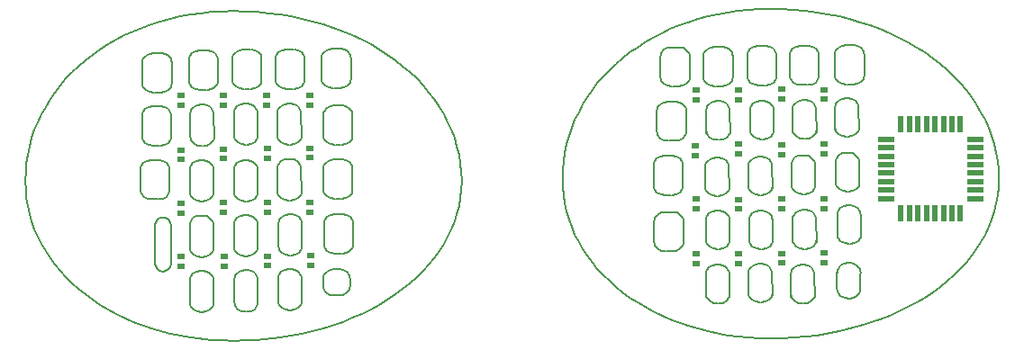
<source format=gbr>
G04 PROTEUS GERBER X2 FILE*
%TF.GenerationSoftware,Labcenter,Proteus,8.9-SP2-Build28501*%
%TF.CreationDate,2020-07-12T19:41:18+00:00*%
%TF.FileFunction,Paste,Top*%
%TF.FilePolarity,Positive*%
%TF.Part,Single*%
%TF.SameCoordinates,{dc61f2e1-3fbc-4622-b235-fc52ee95e5fb}*%
%FSLAX45Y45*%
%MOMM*%
G01*
%TA.AperFunction,Material*%
%ADD30R,0.558800X1.498600*%
%ADD31R,1.498600X0.558800*%
%TA.AperFunction,Material*%
%ADD32R,0.762000X0.508000*%
%TA.AperFunction,Profile*%
%ADD18C,0.203200*%
%TD.AperFunction*%
D30*
X+2240000Y-5465000D03*
X+2160000Y-5465000D03*
X+2080000Y-5465000D03*
X+2000000Y-5465000D03*
X+1920000Y-5465000D03*
X+1840000Y-5465000D03*
X+1760000Y-5465000D03*
X+1680000Y-5465000D03*
D31*
X+1540000Y-5605000D03*
X+1540000Y-5685000D03*
X+1540000Y-5765000D03*
X+1540000Y-5845000D03*
X+1540000Y-5925000D03*
X+1540000Y-6005000D03*
X+1540000Y-6085000D03*
X+1540000Y-6165000D03*
D30*
X+1680000Y-6305000D03*
X+1760000Y-6305000D03*
X+1840000Y-6305000D03*
X+1920000Y-6305000D03*
X+2000000Y-6305000D03*
X+2080000Y-6305000D03*
X+2160000Y-6305000D03*
X+2240000Y-6305000D03*
D31*
X+2380000Y-6165000D03*
X+2380000Y-6085000D03*
X+2380000Y-6005000D03*
X+2380000Y-5925000D03*
X+2380000Y-5845000D03*
X+2380000Y-5765000D03*
X+2380000Y-5685000D03*
X+2380000Y-5605000D03*
D32*
X-5090000Y-6710000D03*
X-5090000Y-6801440D03*
X-5091000Y-5196000D03*
X-5091000Y-5287440D03*
X-5090000Y-5705000D03*
X-5090000Y-5796440D03*
X-5090000Y-6210000D03*
X-5090000Y-6301440D03*
X-4271000Y-6705000D03*
X-4271000Y-6796440D03*
X-4286000Y-5194000D03*
X-4286000Y-5285440D03*
X-4275000Y-5693560D03*
X-4275000Y-5785000D03*
X-4273000Y-6204000D03*
X-4273000Y-6295440D03*
X-3870000Y-6703560D03*
X-3870000Y-6795000D03*
X-3877000Y-5196000D03*
X-3877000Y-5287440D03*
X-3876000Y-5688440D03*
X-3876000Y-5779880D03*
X-3875000Y-6203560D03*
X-3875000Y-6295000D03*
X-4683000Y-6709000D03*
X-4683000Y-6800440D03*
X-4691000Y-5193000D03*
X-4691000Y-5284440D03*
X-4691000Y-5698000D03*
X-4691000Y-5789440D03*
X-4687000Y-6203000D03*
X-4687000Y-6294440D03*
X+957000Y-5138000D03*
X+957000Y-5229440D03*
X+960000Y-5653560D03*
X+960000Y-5745000D03*
X+960560Y-6168000D03*
X+960560Y-6259440D03*
X+957560Y-6678000D03*
X+957560Y-6769440D03*
X+558000Y-5137000D03*
X+558000Y-5228440D03*
X+557560Y-5656000D03*
X+557560Y-5747440D03*
X+556000Y-6168560D03*
X+556000Y-6260000D03*
X+560000Y-6680000D03*
X+560000Y-6771440D03*
X+155000Y-5140560D03*
X+155000Y-5232000D03*
X+155000Y-5653560D03*
X+155000Y-5745000D03*
X+152000Y-6171120D03*
X+152000Y-6262560D03*
X+157000Y-6681120D03*
X+157000Y-6772560D03*
X-245000Y-5145000D03*
X-245000Y-5236440D03*
X-249120Y-5666440D03*
X-249120Y-5757880D03*
X-241000Y-6682440D03*
X-241000Y-6773880D03*
X-244000Y-6169000D03*
X-244000Y-6260440D03*
D18*
X-6550000Y-6000000D02*
X-6547519Y-5916226D01*
X-6540151Y-5833716D01*
X-6528008Y-5752560D01*
X-6511200Y-5672852D01*
X-6489840Y-5594681D01*
X-6464039Y-5518140D01*
X-6433909Y-5443320D01*
X-6399561Y-5370312D01*
X-6361107Y-5299210D01*
X-6318658Y-5230103D01*
X-6272326Y-5163083D01*
X-6222223Y-5098242D01*
X-6168460Y-5035672D01*
X-6111149Y-4975464D01*
X-6050401Y-4917709D01*
X-5986328Y-4862500D01*
X-5919042Y-4809927D01*
X-5848653Y-4760083D01*
X-5775275Y-4713058D01*
X-5699017Y-4668945D01*
X-5619993Y-4627835D01*
X-5538313Y-4589819D01*
X-5454089Y-4554990D01*
X-5367432Y-4523438D01*
X-5278454Y-4495255D01*
X-5187267Y-4470532D01*
X-5093983Y-4449362D01*
X-4998712Y-4431836D01*
X-4901567Y-4418045D01*
X-4802659Y-4408081D01*
X-4702099Y-4402036D01*
X-4600000Y-4400000D01*
X-4487429Y-4402036D01*
X-4376556Y-4408081D01*
X-4267503Y-4418045D01*
X-4160394Y-4431836D01*
X-4055352Y-4449362D01*
X-3952500Y-4470532D01*
X-3851961Y-4495255D01*
X-3753857Y-4523438D01*
X-3658313Y-4554990D01*
X-3565450Y-4589819D01*
X-3475393Y-4627835D01*
X-3388263Y-4668945D01*
X-3304184Y-4713058D01*
X-3223279Y-4760083D01*
X-3145672Y-4809927D01*
X-3071484Y-4862500D01*
X-3000840Y-4917709D01*
X-2933861Y-4975464D01*
X-2870672Y-5035672D01*
X-2811395Y-5098242D01*
X-2756153Y-5163083D01*
X-2705070Y-5230103D01*
X-2658267Y-5299210D01*
X-2615869Y-5370312D01*
X-2577998Y-5443320D01*
X-2544778Y-5518140D01*
X-2516331Y-5594681D01*
X-2492780Y-5672852D01*
X-2474248Y-5752560D01*
X-2460859Y-5833716D01*
X-2452735Y-5916226D01*
X-2450000Y-6000000D01*
X-2452735Y-6078538D01*
X-2460859Y-6155891D01*
X-2474248Y-6231975D01*
X-2492780Y-6306702D01*
X-2516331Y-6379987D01*
X-2544778Y-6451744D01*
X-2577998Y-6521888D01*
X-2615869Y-6590332D01*
X-2658267Y-6656991D01*
X-2705070Y-6721779D01*
X-2756153Y-6784610D01*
X-2811395Y-6845398D01*
X-2870672Y-6904058D01*
X-2933861Y-6960503D01*
X-3000840Y-7014647D01*
X-3071484Y-7066406D01*
X-3145672Y-7115693D01*
X-3223279Y-7162422D01*
X-3304184Y-7206508D01*
X-3388263Y-7247864D01*
X-3475393Y-7286405D01*
X-3565450Y-7322044D01*
X-3753857Y-7384277D01*
X-3952500Y-7433876D01*
X-4160394Y-7470154D01*
X-4376556Y-7492424D01*
X-4487429Y-7498092D01*
X-4600000Y-7500000D01*
X-4702099Y-7498092D01*
X-4802659Y-7492424D01*
X-4998712Y-7470154D01*
X-5187267Y-7433876D01*
X-5367432Y-7384277D01*
X-5538313Y-7322044D01*
X-5699017Y-7247864D01*
X-5848653Y-7162422D01*
X-5919042Y-7115693D01*
X-5986328Y-7066406D01*
X-6050401Y-7014647D01*
X-6111149Y-6960503D01*
X-6168460Y-6904058D01*
X-6222223Y-6845398D01*
X-6272326Y-6784610D01*
X-6318658Y-6721779D01*
X-6361107Y-6656991D01*
X-6399561Y-6590332D01*
X-6433909Y-6521888D01*
X-6464039Y-6451744D01*
X-6489840Y-6379987D01*
X-6511200Y-6306702D01*
X-6528008Y-6231975D01*
X-6540151Y-6155891D01*
X-6547519Y-6078538D01*
X-6550000Y-6000000D01*
X-4430000Y-4760000D02*
X-4390644Y-4766943D01*
X-4358906Y-4786016D01*
X-4337715Y-4814580D01*
X-4331990Y-4831598D01*
X-4330000Y-4850000D01*
X-4435000Y-5130000D02*
X-4393676Y-5123442D01*
X-4360351Y-5105430D01*
X-4338100Y-5078452D01*
X-4332089Y-5062380D01*
X-4330000Y-5045000D01*
X-4495000Y-5130000D02*
X-4538291Y-5123442D01*
X-4573203Y-5105430D01*
X-4596514Y-5078452D01*
X-4602811Y-5062380D01*
X-4605000Y-5045000D01*
X-4500000Y-4760000D02*
X-4541323Y-4766558D01*
X-4574648Y-4784570D01*
X-4596899Y-4811548D01*
X-4602911Y-4827620D01*
X-4605000Y-4845000D01*
X-4605000Y-5045000D02*
X-4605000Y-4845000D01*
X-4435000Y-4760000D02*
X-4510000Y-4760000D01*
X-4440000Y-5130000D02*
X-4490000Y-5130000D01*
X-4330000Y-4845000D02*
X-4330000Y-5045000D01*
X-4025000Y-4760000D02*
X-3985644Y-4766943D01*
X-3953906Y-4786016D01*
X-3932715Y-4814580D01*
X-3926990Y-4831598D01*
X-3925000Y-4850000D01*
X-4030000Y-5130000D02*
X-3988676Y-5123442D01*
X-3955351Y-5105430D01*
X-3933100Y-5078452D01*
X-3927089Y-5062380D01*
X-3925000Y-5045000D01*
X-4090000Y-5130000D02*
X-4133291Y-5123442D01*
X-4168203Y-5105430D01*
X-4191514Y-5078452D01*
X-4197811Y-5062380D01*
X-4200000Y-5045000D01*
X-4095000Y-4760000D02*
X-4136323Y-4766558D01*
X-4169648Y-4784570D01*
X-4191899Y-4811548D01*
X-4197911Y-4827620D01*
X-4200000Y-4845000D01*
X-4200000Y-5045000D02*
X-4200000Y-4845000D01*
X-4030000Y-4760000D02*
X-4105000Y-4760000D01*
X-4035000Y-5130000D02*
X-4085000Y-5130000D01*
X-3925000Y-4845000D02*
X-3925000Y-5045000D01*
X-4840000Y-4770000D02*
X-4800644Y-4776943D01*
X-4768906Y-4796016D01*
X-4747715Y-4824580D01*
X-4741990Y-4841598D01*
X-4740000Y-4860000D01*
X-4845000Y-5140000D02*
X-4803676Y-5133442D01*
X-4770351Y-5115430D01*
X-4748100Y-5088452D01*
X-4742089Y-5072380D01*
X-4740000Y-5055000D01*
X-4905000Y-5140000D02*
X-4948291Y-5133442D01*
X-4983203Y-5115430D01*
X-5006514Y-5088452D01*
X-5012811Y-5072380D01*
X-5015000Y-5055000D01*
X-4910000Y-4770000D02*
X-4951323Y-4776558D01*
X-4984648Y-4794570D01*
X-5006899Y-4821548D01*
X-5012911Y-4837620D01*
X-5015000Y-4855000D01*
X-5015000Y-5055000D02*
X-5015000Y-4855000D01*
X-4845000Y-4770000D02*
X-4920000Y-4770000D01*
X-4850000Y-5140000D02*
X-4900000Y-5140000D01*
X-4740000Y-4855000D02*
X-4740000Y-5055000D01*
X-3590000Y-4755000D02*
X-3550644Y-4761943D01*
X-3518906Y-4781016D01*
X-3497715Y-4809580D01*
X-3491990Y-4826598D01*
X-3490000Y-4845000D01*
X-3595000Y-5125000D02*
X-3553676Y-5118442D01*
X-3520351Y-5100430D01*
X-3498100Y-5073452D01*
X-3492089Y-5057380D01*
X-3490000Y-5040000D01*
X-3655000Y-5125000D02*
X-3698291Y-5118442D01*
X-3733203Y-5100430D01*
X-3756514Y-5073452D01*
X-3762811Y-5057380D01*
X-3765000Y-5040000D01*
X-3660000Y-4755000D02*
X-3701323Y-4761558D01*
X-3734648Y-4779570D01*
X-3756899Y-4806548D01*
X-3762911Y-4822620D01*
X-3765000Y-4840000D01*
X-3765000Y-5040000D02*
X-3765000Y-4840000D01*
X-3590000Y-4755000D02*
X-3665000Y-4755000D01*
X-3600000Y-5125000D02*
X-3650000Y-5125000D01*
X-3490000Y-4840000D02*
X-3490000Y-5040000D01*
X+810000Y-4725000D02*
X+849356Y-4731943D01*
X+881094Y-4751016D01*
X+902285Y-4779580D01*
X+908010Y-4796598D01*
X+910000Y-4815000D01*
X+805000Y-5095000D02*
X+846324Y-5088442D01*
X+879649Y-5070430D01*
X+901900Y-5043452D01*
X+907911Y-5027380D01*
X+910000Y-5010000D01*
X+745000Y-5095000D02*
X+701709Y-5088442D01*
X+666797Y-5070430D01*
X+643486Y-5043452D01*
X+637189Y-5027380D01*
X+635000Y-5010000D01*
X+740000Y-4725000D02*
X+698677Y-4731558D01*
X+665352Y-4749570D01*
X+643101Y-4776548D01*
X+637089Y-4792620D01*
X+635000Y-4810000D01*
X+635000Y-5010000D02*
X+635000Y-4810000D01*
X+810000Y-4725000D02*
X+735000Y-4725000D01*
X+800000Y-5095000D02*
X+750000Y-5095000D01*
X+910000Y-4810000D02*
X+910000Y-5010000D01*
X+410000Y-4730000D02*
X+449356Y-4736943D01*
X+481094Y-4756016D01*
X+502285Y-4784580D01*
X+508010Y-4801598D01*
X+510000Y-4820000D01*
X+405000Y-5100000D02*
X+446324Y-5093442D01*
X+479649Y-5075430D01*
X+501900Y-5048452D01*
X+507911Y-5032380D01*
X+510000Y-5015000D01*
X+345000Y-5100000D02*
X+301709Y-5093442D01*
X+266797Y-5075430D01*
X+243486Y-5048452D01*
X+237189Y-5032380D01*
X+235000Y-5015000D01*
X+340000Y-4730000D02*
X+298677Y-4736558D01*
X+265352Y-4754570D01*
X+243101Y-4781548D01*
X+237089Y-4797620D01*
X+235000Y-4815000D01*
X+235000Y-5015000D02*
X+235000Y-4815000D01*
X+410000Y-4730000D02*
X+335000Y-4730000D01*
X+400000Y-5100000D02*
X+350000Y-5100000D01*
X+510000Y-4815000D02*
X+510000Y-5015000D01*
X+1235000Y-4720000D02*
X+1274356Y-4726943D01*
X+1306094Y-4746016D01*
X+1327285Y-4774580D01*
X+1333010Y-4791598D01*
X+1335000Y-4810000D01*
X+1230000Y-5090000D02*
X+1271324Y-5083442D01*
X+1304649Y-5065430D01*
X+1326900Y-5038452D01*
X+1332911Y-5022380D01*
X+1335000Y-5005000D01*
X+1170000Y-5090000D02*
X+1126709Y-5083442D01*
X+1091797Y-5065430D01*
X+1068486Y-5038452D01*
X+1062189Y-5022380D01*
X+1060000Y-5005000D01*
X+1165000Y-4720000D02*
X+1123677Y-4726558D01*
X+1090352Y-4744570D01*
X+1068101Y-4771548D01*
X+1062089Y-4787620D01*
X+1060000Y-4805000D01*
X+1060000Y-5005000D02*
X+1060000Y-4805000D01*
X+1235000Y-4720000D02*
X+1160000Y-4720000D01*
X+1225000Y-5090000D02*
X+1175000Y-5090000D01*
X+1335000Y-4805000D02*
X+1335000Y-5005000D01*
X+0Y-4735000D02*
X+39356Y-4741943D01*
X+71094Y-4761016D01*
X+92285Y-4789580D01*
X+98010Y-4806598D01*
X+100000Y-4825000D01*
X-5000Y-5105000D02*
X+36324Y-5098442D01*
X+69649Y-5080430D01*
X+91900Y-5053452D01*
X+97911Y-5037380D01*
X+100000Y-5020000D01*
X-65000Y-5105000D02*
X-108291Y-5098442D01*
X-143203Y-5080430D01*
X-166514Y-5053452D01*
X-172811Y-5037380D01*
X-175000Y-5020000D01*
X-70000Y-4735000D02*
X-111323Y-4741558D01*
X-144648Y-4759570D01*
X-166899Y-4786548D01*
X-172911Y-4802620D01*
X-175000Y-4820000D01*
X-175000Y-5020000D02*
X-175000Y-4820000D01*
X+0Y-4735000D02*
X-75000Y-4735000D01*
X-10000Y-5105000D02*
X-60000Y-5105000D01*
X+100000Y-4820000D02*
X+100000Y-5020000D01*
X-405000Y-4740000D02*
X-365644Y-4746943D01*
X-333906Y-4766016D01*
X-312715Y-4794580D01*
X-306990Y-4811598D01*
X-305000Y-4830000D01*
X-410000Y-5110000D02*
X-368676Y-5103442D01*
X-335351Y-5085430D01*
X-313100Y-5058452D01*
X-307089Y-5042380D01*
X-305000Y-5025000D01*
X-470000Y-5110000D02*
X-513291Y-5103442D01*
X-548203Y-5085430D01*
X-571514Y-5058452D01*
X-577811Y-5042380D01*
X-580000Y-5025000D01*
X-475000Y-4740000D02*
X-516323Y-4746558D01*
X-549648Y-4764570D01*
X-571899Y-4791548D01*
X-577911Y-4807620D01*
X-580000Y-4825000D01*
X-580000Y-5025000D02*
X-580000Y-4825000D01*
X-405000Y-4740000D02*
X-480000Y-4740000D01*
X-415000Y-5110000D02*
X-465000Y-5110000D01*
X-305000Y-4825000D02*
X-305000Y-5025000D01*
X-1500000Y-5980000D02*
X-1497519Y-5896226D01*
X-1490151Y-5813716D01*
X-1478008Y-5732560D01*
X-1461200Y-5652852D01*
X-1439840Y-5574681D01*
X-1414039Y-5498140D01*
X-1383909Y-5423320D01*
X-1349561Y-5350312D01*
X-1311107Y-5279210D01*
X-1268658Y-5210103D01*
X-1222326Y-5143083D01*
X-1172223Y-5078242D01*
X-1118460Y-5015672D01*
X-1061149Y-4955464D01*
X-1000401Y-4897709D01*
X-936328Y-4842500D01*
X-869042Y-4789927D01*
X-798653Y-4740083D01*
X-725275Y-4693058D01*
X-649017Y-4648945D01*
X-569993Y-4607835D01*
X-488313Y-4569819D01*
X-404089Y-4534990D01*
X-317432Y-4503438D01*
X-228454Y-4475255D01*
X-137267Y-4450532D01*
X-43983Y-4429362D01*
X+51288Y-4411836D01*
X+148433Y-4398045D01*
X+247341Y-4388081D01*
X+347901Y-4382036D01*
X+450000Y-4380000D01*
X+562571Y-4382036D01*
X+673444Y-4388081D01*
X+782497Y-4398045D01*
X+889606Y-4411836D01*
X+994648Y-4429362D01*
X+1097500Y-4450532D01*
X+1198039Y-4475255D01*
X+1296143Y-4503438D01*
X+1391687Y-4534990D01*
X+1484550Y-4569819D01*
X+1574607Y-4607835D01*
X+1661737Y-4648945D01*
X+1745816Y-4693058D01*
X+1826721Y-4740083D01*
X+1904328Y-4789927D01*
X+1978516Y-4842500D01*
X+2049160Y-4897709D01*
X+2116139Y-4955464D01*
X+2179328Y-5015672D01*
X+2238605Y-5078242D01*
X+2293847Y-5143083D01*
X+2344930Y-5210103D01*
X+2391733Y-5279210D01*
X+2434131Y-5350312D01*
X+2472002Y-5423320D01*
X+2505222Y-5498140D01*
X+2533669Y-5574681D01*
X+2557220Y-5652852D01*
X+2575752Y-5732560D01*
X+2589141Y-5813716D01*
X+2597265Y-5896226D01*
X+2600000Y-5980000D01*
X+2597265Y-6058538D01*
X+2589141Y-6135891D01*
X+2575752Y-6211975D01*
X+2557220Y-6286702D01*
X+2533669Y-6359987D01*
X+2505222Y-6431744D01*
X+2472002Y-6501888D01*
X+2434131Y-6570332D01*
X+2391733Y-6636991D01*
X+2344930Y-6701779D01*
X+2293847Y-6764610D01*
X+2238605Y-6825398D01*
X+2179328Y-6884058D01*
X+2116139Y-6940503D01*
X+2049160Y-6994647D01*
X+1978516Y-7046406D01*
X+1904328Y-7095693D01*
X+1826721Y-7142422D01*
X+1745816Y-7186508D01*
X+1661737Y-7227864D01*
X+1574607Y-7266405D01*
X+1484550Y-7302044D01*
X+1296143Y-7364277D01*
X+1097500Y-7413876D01*
X+889606Y-7450154D01*
X+673444Y-7472424D01*
X+562571Y-7478092D01*
X+450000Y-7480000D01*
X+347901Y-7478092D01*
X+247341Y-7472424D01*
X+51288Y-7450154D01*
X-137267Y-7413876D01*
X-317432Y-7364277D01*
X-488313Y-7302044D01*
X-649017Y-7227864D01*
X-798653Y-7142422D01*
X-869042Y-7095693D01*
X-936328Y-7046406D01*
X-1000401Y-6994647D01*
X-1061149Y-6940503D01*
X-1118460Y-6884058D01*
X-1172223Y-6825398D01*
X-1222326Y-6764610D01*
X-1268658Y-6701779D01*
X-1311107Y-6636991D01*
X-1349561Y-6570332D01*
X-1383909Y-6501888D01*
X-1414039Y-6431744D01*
X-1439840Y-6359987D01*
X-1461200Y-6286702D01*
X-1478008Y-6211975D01*
X-1490151Y-6135891D01*
X-1497519Y-6058538D01*
X-1500000Y-5980000D01*
X-4880000Y-5280000D02*
X-4840644Y-5286943D01*
X-4808906Y-5306016D01*
X-4787715Y-5334580D01*
X-4781990Y-5351598D01*
X-4780000Y-5370000D01*
X-4880000Y-5670000D02*
X-4838676Y-5663442D01*
X-4805351Y-5645430D01*
X-4783100Y-5618452D01*
X-4777089Y-5602380D01*
X-4775000Y-5585000D01*
X-4890000Y-5670000D02*
X-4933291Y-5663442D01*
X-4968203Y-5645430D01*
X-4991514Y-5618452D01*
X-4997811Y-5602380D01*
X-5000000Y-5585000D01*
X-4895000Y-5280000D02*
X-4936323Y-5286558D01*
X-4969648Y-5304570D01*
X-4991899Y-5331548D01*
X-4997911Y-5347620D01*
X-5000000Y-5365000D01*
X-5000000Y-5370000D02*
X-5000000Y-5585000D01*
X-4775000Y-5585000D02*
X-4780000Y-5375000D01*
X-4895000Y-5280000D02*
X-4880000Y-5280000D01*
X-4470000Y-5270000D02*
X-4430644Y-5276943D01*
X-4398906Y-5296016D01*
X-4377715Y-5324580D01*
X-4371990Y-5341598D01*
X-4370000Y-5360000D01*
X-4470000Y-5660000D02*
X-4428676Y-5653442D01*
X-4395351Y-5635430D01*
X-4373100Y-5608452D01*
X-4367089Y-5592380D01*
X-4365000Y-5575000D01*
X-4480000Y-5660000D02*
X-4523291Y-5653442D01*
X-4558203Y-5635430D01*
X-4581514Y-5608452D01*
X-4587811Y-5592380D01*
X-4590000Y-5575000D01*
X-4485000Y-5270000D02*
X-4526323Y-5276558D01*
X-4559648Y-5294570D01*
X-4581899Y-5321548D01*
X-4587911Y-5337620D01*
X-4590000Y-5355000D01*
X-4590000Y-5360000D02*
X-4590000Y-5575000D01*
X-4365000Y-5575000D02*
X-4370000Y-5365000D01*
X-4485000Y-5270000D02*
X-4470000Y-5270000D01*
X-4060000Y-5270000D02*
X-4020644Y-5276943D01*
X-3988906Y-5296016D01*
X-3967715Y-5324580D01*
X-3961990Y-5341598D01*
X-3960000Y-5360000D01*
X-4060000Y-5660000D02*
X-4018676Y-5653442D01*
X-3985351Y-5635430D01*
X-3963100Y-5608452D01*
X-3957089Y-5592380D01*
X-3955000Y-5575000D01*
X-4070000Y-5660000D02*
X-4113291Y-5653442D01*
X-4148203Y-5635430D01*
X-4171514Y-5608452D01*
X-4177811Y-5592380D01*
X-4180000Y-5575000D01*
X-4075000Y-5270000D02*
X-4116323Y-5276558D01*
X-4149648Y-5294570D01*
X-4171899Y-5321548D01*
X-4177911Y-5337620D01*
X-4180000Y-5355000D01*
X-4180000Y-5360000D02*
X-4180000Y-5575000D01*
X-3955000Y-5575000D02*
X-3960000Y-5365000D01*
X-4075000Y-5270000D02*
X-4060000Y-5270000D01*
X-4885000Y-5800000D02*
X-4845644Y-5806943D01*
X-4813906Y-5826016D01*
X-4792715Y-5854580D01*
X-4786990Y-5871598D01*
X-4785000Y-5890000D01*
X-4890000Y-6190000D02*
X-4848676Y-6183442D01*
X-4815351Y-6165430D01*
X-4793100Y-6138452D01*
X-4787089Y-6122380D01*
X-4785000Y-6105000D01*
X-4895000Y-6190000D02*
X-4938291Y-6183442D01*
X-4973203Y-6165430D01*
X-4996514Y-6138452D01*
X-5002811Y-6122380D01*
X-5005000Y-6105000D01*
X-4900000Y-5800000D02*
X-4941323Y-5806558D01*
X-4974648Y-5824570D01*
X-4996899Y-5851548D01*
X-5002911Y-5867620D01*
X-5005000Y-5885000D01*
X-5005000Y-5890000D02*
X-5005000Y-6105000D01*
X-4785000Y-6105000D02*
X-4785000Y-5895000D01*
X-4900000Y-5800000D02*
X-4885000Y-5800000D01*
X-4470000Y-5800000D02*
X-4430644Y-5806943D01*
X-4398906Y-5826016D01*
X-4377715Y-5854580D01*
X-4371990Y-5871598D01*
X-4370000Y-5890000D01*
X-4470000Y-6190000D02*
X-4428676Y-6183442D01*
X-4395351Y-6165430D01*
X-4373100Y-6138452D01*
X-4367089Y-6122380D01*
X-4365000Y-6105000D01*
X-4480000Y-6190000D02*
X-4523291Y-6183442D01*
X-4558203Y-6165430D01*
X-4581514Y-6138452D01*
X-4587811Y-6122380D01*
X-4590000Y-6105000D01*
X-4485000Y-5800000D02*
X-4526323Y-5806558D01*
X-4559648Y-5824570D01*
X-4581899Y-5851548D01*
X-4587911Y-5867620D01*
X-4590000Y-5885000D01*
X-4590000Y-5890000D02*
X-4590000Y-6105000D01*
X-4365000Y-6105000D02*
X-4370000Y-5895000D01*
X-4485000Y-5800000D02*
X-4470000Y-5800000D01*
X-4060000Y-5790000D02*
X-4020644Y-5796943D01*
X-3988906Y-5816016D01*
X-3967715Y-5844580D01*
X-3961990Y-5861598D01*
X-3960000Y-5880000D01*
X-4060000Y-6180000D02*
X-4018676Y-6173442D01*
X-3985351Y-6155430D01*
X-3963100Y-6128452D01*
X-3957089Y-6112380D01*
X-3955000Y-6095000D01*
X-4070000Y-6180000D02*
X-4113291Y-6173442D01*
X-4148203Y-6155430D01*
X-4171514Y-6128452D01*
X-4177811Y-6112380D01*
X-4180000Y-6095000D01*
X-4075000Y-5790000D02*
X-4116323Y-5796558D01*
X-4149648Y-5814570D01*
X-4171899Y-5841548D01*
X-4177911Y-5857620D01*
X-4180000Y-5875000D01*
X-4180000Y-5880000D02*
X-4180000Y-6095000D01*
X-3955000Y-6095000D02*
X-3960000Y-5885000D01*
X-4075000Y-5790000D02*
X-4060000Y-5790000D01*
X-4884782Y-6323362D02*
X-4845426Y-6330305D01*
X-4813688Y-6349378D01*
X-4792497Y-6377942D01*
X-4786772Y-6394960D01*
X-4784782Y-6413362D01*
X-4889782Y-6713362D02*
X-4848458Y-6706804D01*
X-4815133Y-6688792D01*
X-4792882Y-6661814D01*
X-4786871Y-6645742D01*
X-4784782Y-6628362D01*
X-4894782Y-6713362D02*
X-4938073Y-6706804D01*
X-4972985Y-6688792D01*
X-4996296Y-6661814D01*
X-5002593Y-6645742D01*
X-5004782Y-6628362D01*
X-4899782Y-6323362D02*
X-4941105Y-6329920D01*
X-4974430Y-6347932D01*
X-4996681Y-6374910D01*
X-5002693Y-6390982D01*
X-5004782Y-6408362D01*
X-5004782Y-6413362D02*
X-5004782Y-6628362D01*
X-4784782Y-6628362D02*
X-4784782Y-6418362D01*
X-4899782Y-6323362D02*
X-4884782Y-6323362D01*
X-4469782Y-6318362D02*
X-4430426Y-6325305D01*
X-4398688Y-6344378D01*
X-4377497Y-6372942D01*
X-4371772Y-6389960D01*
X-4369782Y-6408362D01*
X-4474782Y-6708362D02*
X-4433458Y-6701804D01*
X-4400133Y-6683792D01*
X-4377882Y-6656814D01*
X-4371871Y-6640742D01*
X-4369782Y-6623362D01*
X-4479782Y-6708362D02*
X-4523073Y-6701804D01*
X-4557985Y-6683792D01*
X-4581296Y-6656814D01*
X-4587593Y-6640742D01*
X-4589782Y-6623362D01*
X-4484782Y-6318362D02*
X-4526105Y-6324920D01*
X-4559430Y-6342932D01*
X-4581681Y-6369910D01*
X-4587693Y-6385982D01*
X-4589782Y-6403362D01*
X-4589782Y-6408362D02*
X-4589782Y-6623362D01*
X-4369782Y-6623362D02*
X-4369782Y-6413362D01*
X-4484782Y-6318362D02*
X-4469782Y-6318362D01*
X-4049782Y-6308362D02*
X-4010426Y-6315305D01*
X-3978688Y-6334378D01*
X-3957497Y-6362942D01*
X-3951772Y-6379960D01*
X-3949782Y-6398362D01*
X-4054782Y-6698362D02*
X-4013458Y-6691804D01*
X-3980133Y-6673792D01*
X-3957882Y-6646814D01*
X-3951871Y-6630742D01*
X-3949782Y-6613362D01*
X-4059782Y-6698362D02*
X-4103073Y-6691804D01*
X-4137985Y-6673792D01*
X-4161296Y-6646814D01*
X-4167593Y-6630742D01*
X-4169782Y-6613362D01*
X-4064782Y-6308362D02*
X-4106105Y-6314920D01*
X-4139430Y-6332932D01*
X-4161681Y-6359910D01*
X-4167693Y-6375982D01*
X-4169782Y-6393362D01*
X-4169782Y-6398362D02*
X-4169782Y-6613362D01*
X-3949782Y-6613362D02*
X-3949782Y-6403362D01*
X-4064782Y-6308362D02*
X-4049782Y-6308362D01*
X-4884782Y-6843362D02*
X-4845426Y-6850305D01*
X-4813688Y-6869378D01*
X-4792497Y-6897942D01*
X-4786772Y-6914960D01*
X-4784782Y-6933362D01*
X-4889782Y-7233362D02*
X-4848458Y-7226804D01*
X-4815133Y-7208792D01*
X-4792882Y-7181814D01*
X-4786871Y-7165742D01*
X-4784782Y-7148362D01*
X-4894782Y-7233362D02*
X-4938073Y-7226804D01*
X-4972985Y-7208792D01*
X-4996296Y-7181814D01*
X-5002593Y-7165742D01*
X-5004782Y-7148362D01*
X-4899782Y-6843362D02*
X-4941105Y-6849920D01*
X-4974430Y-6867932D01*
X-4996681Y-6894910D01*
X-5002693Y-6910982D01*
X-5004782Y-6928362D01*
X-5004782Y-6933362D02*
X-5004782Y-7148362D01*
X-4784782Y-7148362D02*
X-4784782Y-6938362D01*
X-4899782Y-6843362D02*
X-4884782Y-6843362D01*
X-4464782Y-6838362D02*
X-4425426Y-6845305D01*
X-4393688Y-6864378D01*
X-4372497Y-6892942D01*
X-4366772Y-6909960D01*
X-4364782Y-6928362D01*
X-4469782Y-7228362D02*
X-4428458Y-7221804D01*
X-4395133Y-7203792D01*
X-4372882Y-7176814D01*
X-4366871Y-7160742D01*
X-4364782Y-7143362D01*
X-4474782Y-7228362D02*
X-4518073Y-7221804D01*
X-4552985Y-7203792D01*
X-4576296Y-7176814D01*
X-4582593Y-7160742D01*
X-4584782Y-7143362D01*
X-4479782Y-6838362D02*
X-4521105Y-6844920D01*
X-4554430Y-6862932D01*
X-4576681Y-6889910D01*
X-4582693Y-6905982D01*
X-4584782Y-6923362D01*
X-4584782Y-6928362D02*
X-4584782Y-7143362D01*
X-4364782Y-7143362D02*
X-4364782Y-6933362D01*
X-4479782Y-6838362D02*
X-4464782Y-6838362D01*
X-4054782Y-6828362D02*
X-4015426Y-6835305D01*
X-3983688Y-6854378D01*
X-3962497Y-6882942D01*
X-3956772Y-6899960D01*
X-3954782Y-6918362D01*
X-4059782Y-7218362D02*
X-4018458Y-7211804D01*
X-3985133Y-7193792D01*
X-3962882Y-7166814D01*
X-3956871Y-7150742D01*
X-3954782Y-7133362D01*
X-4064782Y-7218362D02*
X-4108073Y-7211804D01*
X-4142985Y-7193792D01*
X-4166296Y-7166814D01*
X-4172593Y-7150742D01*
X-4174782Y-7133362D01*
X-4069782Y-6828362D02*
X-4111105Y-6834920D01*
X-4144430Y-6852932D01*
X-4166681Y-6879910D01*
X-4172693Y-6895982D01*
X-4174782Y-6913362D01*
X-4174782Y-6918362D02*
X-4174782Y-7133362D01*
X-3954782Y-7133362D02*
X-3954782Y-6923362D01*
X-4069782Y-6828362D02*
X-4054782Y-6828362D01*
X-3575000Y-5290000D02*
X-3535644Y-5296943D01*
X-3503906Y-5316016D01*
X-3482715Y-5344580D01*
X-3476990Y-5361598D01*
X-3475000Y-5380000D01*
X-3580000Y-5660000D02*
X-3538676Y-5653442D01*
X-3505351Y-5635430D01*
X-3483100Y-5608452D01*
X-3477089Y-5592380D01*
X-3475000Y-5575000D01*
X-3640000Y-5660000D02*
X-3683291Y-5653442D01*
X-3718203Y-5635430D01*
X-3741514Y-5608452D01*
X-3747811Y-5592380D01*
X-3750000Y-5575000D01*
X-3645000Y-5290000D02*
X-3686323Y-5296558D01*
X-3719648Y-5314570D01*
X-3741899Y-5341548D01*
X-3747911Y-5357620D01*
X-3750000Y-5375000D01*
X-3750000Y-5575000D02*
X-3750000Y-5375000D01*
X-3575000Y-5290000D02*
X-3650000Y-5290000D01*
X-3585000Y-5660000D02*
X-3635000Y-5660000D01*
X-3475000Y-5375000D02*
X-3475000Y-5575000D01*
X-3575000Y-5795000D02*
X-3535644Y-5801943D01*
X-3503906Y-5821016D01*
X-3482715Y-5849580D01*
X-3476990Y-5866598D01*
X-3475000Y-5885000D01*
X-3580000Y-6165000D02*
X-3538676Y-6158442D01*
X-3505351Y-6140430D01*
X-3483100Y-6113452D01*
X-3477089Y-6097380D01*
X-3475000Y-6080000D01*
X-3640000Y-6165000D02*
X-3683291Y-6158442D01*
X-3718203Y-6140430D01*
X-3741514Y-6113452D01*
X-3747811Y-6097380D01*
X-3750000Y-6080000D01*
X-3645000Y-5795000D02*
X-3686323Y-5801558D01*
X-3719648Y-5819570D01*
X-3741899Y-5846548D01*
X-3747911Y-5862620D01*
X-3750000Y-5880000D01*
X-3750000Y-6080000D02*
X-3750000Y-5880000D01*
X-3575000Y-5795000D02*
X-3650000Y-5795000D01*
X-3585000Y-6165000D02*
X-3635000Y-6165000D01*
X-3475000Y-5880000D02*
X-3475000Y-6080000D01*
X-3570000Y-6310000D02*
X-3530644Y-6316943D01*
X-3498906Y-6336016D01*
X-3477715Y-6364580D01*
X-3471990Y-6381598D01*
X-3470000Y-6400000D01*
X-3575000Y-6680000D02*
X-3533676Y-6673442D01*
X-3500351Y-6655430D01*
X-3478100Y-6628452D01*
X-3472089Y-6612380D01*
X-3470000Y-6595000D01*
X-3635000Y-6680000D02*
X-3678291Y-6673442D01*
X-3713203Y-6655430D01*
X-3736514Y-6628452D01*
X-3742811Y-6612380D01*
X-3745000Y-6595000D01*
X-3640000Y-6310000D02*
X-3681323Y-6316558D01*
X-3714648Y-6334570D01*
X-3736899Y-6361548D01*
X-3742911Y-6377620D01*
X-3745000Y-6395000D01*
X-3745000Y-6595000D02*
X-3745000Y-6395000D01*
X-3570000Y-6310000D02*
X-3645000Y-6310000D01*
X-3580000Y-6680000D02*
X-3630000Y-6680000D01*
X-3470000Y-6395000D02*
X-3470000Y-6595000D01*
X-3600000Y-6830000D02*
X-3560644Y-6836943D01*
X-3528906Y-6856016D01*
X-3507715Y-6884580D01*
X-3501990Y-6901598D01*
X-3500000Y-6920000D01*
X-3605000Y-7075000D02*
X-3563676Y-7068442D01*
X-3530351Y-7050430D01*
X-3508100Y-7023452D01*
X-3502089Y-7007380D01*
X-3500000Y-6990000D01*
X-3645000Y-7075000D02*
X-3688213Y-7068442D01*
X-3722578Y-7050430D01*
X-3735289Y-7037906D01*
X-3744404Y-7023452D01*
X-3749462Y-7007380D01*
X-3750000Y-6990000D01*
X-3645000Y-6830000D02*
X-3686323Y-6836558D01*
X-3719648Y-6854570D01*
X-3741899Y-6881548D01*
X-3747911Y-6897620D01*
X-3750000Y-6915000D01*
X-3590000Y-6830000D02*
X-3650000Y-6830000D01*
X-5275000Y-4795000D02*
X-5235644Y-4801943D01*
X-5203906Y-4821016D01*
X-5182715Y-4849580D01*
X-5176990Y-4866598D01*
X-5175000Y-4885000D01*
X-5280000Y-5165000D02*
X-5238676Y-5158442D01*
X-5205351Y-5140430D01*
X-5183100Y-5113452D01*
X-5177089Y-5097380D01*
X-5175000Y-5080000D01*
X-5340000Y-5165000D02*
X-5383291Y-5158442D01*
X-5418203Y-5140430D01*
X-5441514Y-5113452D01*
X-5447811Y-5097380D01*
X-5450000Y-5080000D01*
X-5345000Y-4795000D02*
X-5386323Y-4801558D01*
X-5419648Y-4819570D01*
X-5441899Y-4846548D01*
X-5447911Y-4862620D01*
X-5450000Y-4880000D01*
X-5450000Y-5080000D02*
X-5450000Y-4880000D01*
X-5275000Y-4795000D02*
X-5350000Y-4795000D01*
X-5285000Y-5165000D02*
X-5335000Y-5165000D01*
X-5175000Y-4880000D02*
X-5175000Y-5080000D01*
X-5280000Y-5295000D02*
X-5240644Y-5301943D01*
X-5208906Y-5321016D01*
X-5187715Y-5349580D01*
X-5181990Y-5366598D01*
X-5180000Y-5385000D01*
X-5285000Y-5665000D02*
X-5243676Y-5658442D01*
X-5210351Y-5640430D01*
X-5188100Y-5613452D01*
X-5182089Y-5597380D01*
X-5180000Y-5580000D01*
X-5345000Y-5665000D02*
X-5388291Y-5658442D01*
X-5423203Y-5640430D01*
X-5446514Y-5613452D01*
X-5452811Y-5597380D01*
X-5455000Y-5580000D01*
X-5350000Y-5295000D02*
X-5391323Y-5301558D01*
X-5424648Y-5319570D01*
X-5446899Y-5346548D01*
X-5452911Y-5362620D01*
X-5455000Y-5380000D01*
X-5455000Y-5580000D02*
X-5455000Y-5380000D01*
X-5280000Y-5295000D02*
X-5355000Y-5295000D01*
X-5290000Y-5665000D02*
X-5340000Y-5665000D01*
X-5180000Y-5380000D02*
X-5180000Y-5580000D01*
X-5295000Y-5800000D02*
X-5255644Y-5806943D01*
X-5223906Y-5826016D01*
X-5202715Y-5854580D01*
X-5196990Y-5871598D01*
X-5195000Y-5890000D01*
X-5300000Y-6170000D02*
X-5258676Y-6163442D01*
X-5225351Y-6145430D01*
X-5203100Y-6118452D01*
X-5197089Y-6102380D01*
X-5195000Y-6085000D01*
X-5360000Y-6170000D02*
X-5403291Y-6163442D01*
X-5438203Y-6145430D01*
X-5461514Y-6118452D01*
X-5467811Y-6102380D01*
X-5470000Y-6085000D01*
X-5365000Y-5800000D02*
X-5406323Y-5806558D01*
X-5439648Y-5824570D01*
X-5461899Y-5851548D01*
X-5467911Y-5867620D01*
X-5470000Y-5885000D01*
X-5470000Y-6085000D02*
X-5470000Y-5885000D01*
X-5295000Y-5800000D02*
X-5370000Y-5800000D01*
X-5305000Y-6170000D02*
X-5355000Y-6170000D01*
X-5195000Y-5885000D02*
X-5195000Y-6085000D01*
X-3750000Y-6915000D02*
X-3750000Y-6990000D01*
X-3500000Y-6990000D02*
X-3500000Y-6920000D01*
X-3645000Y-7075000D02*
X-3610000Y-7075000D01*
X-5329782Y-6418362D02*
X-5329782Y-6633362D01*
X-5330000Y-6630000D02*
X-5330000Y-6775000D01*
X-5184782Y-6418362D02*
X-5184782Y-6633362D01*
X-5185000Y-6630000D02*
X-5185000Y-6775000D01*
X-5330000Y-6415000D02*
X-5324985Y-6385483D01*
X-5311211Y-6361680D01*
X-5290581Y-6345786D01*
X-5265000Y-6340000D01*
X-5233516Y-6346172D01*
X-5208125Y-6363125D01*
X-5191172Y-6388516D01*
X-5185000Y-6420000D01*
X-5330000Y-6775000D02*
X-5324600Y-6804516D01*
X-5309766Y-6828320D01*
X-5287549Y-6844214D01*
X-5260000Y-6850000D01*
X-5230483Y-6844600D01*
X-5206680Y-6829766D01*
X-5190786Y-6807549D01*
X-5185000Y-6780000D01*
X-28409Y-5246440D02*
X+10946Y-5253383D01*
X+42685Y-5272456D01*
X+63876Y-5301020D01*
X+69601Y-5318038D01*
X+71591Y-5336440D01*
X-28409Y-5611440D02*
X+12914Y-5604882D01*
X+46240Y-5586870D01*
X+68491Y-5559892D01*
X+74502Y-5543820D01*
X+76591Y-5526440D01*
X-38409Y-5611440D02*
X-81700Y-5604882D01*
X-116612Y-5586870D01*
X-139923Y-5559892D01*
X-146220Y-5543820D01*
X-148409Y-5526440D01*
X-43409Y-5246440D02*
X-84732Y-5252998D01*
X-118057Y-5271010D01*
X-140308Y-5297988D01*
X-146320Y-5314060D01*
X-148409Y-5331440D01*
X-148409Y-5546440D01*
X+76591Y-5546440D02*
X+71591Y-5336440D01*
X-43409Y-5246440D02*
X-28409Y-5246440D01*
X-38409Y-5776440D02*
X+946Y-5783383D01*
X+32685Y-5802456D01*
X+53876Y-5831020D01*
X+59601Y-5848038D01*
X+61591Y-5866440D01*
X-38409Y-6141440D02*
X+2914Y-6134882D01*
X+36240Y-6116870D01*
X+58491Y-6089892D01*
X+64502Y-6073820D01*
X+66591Y-6056440D01*
X-48409Y-6141440D02*
X-91700Y-6134882D01*
X-126612Y-6116870D01*
X-149923Y-6089892D01*
X-156220Y-6073820D01*
X-158409Y-6056440D01*
X-53409Y-5776440D02*
X-94732Y-5782998D01*
X-128057Y-5801010D01*
X-150308Y-5827988D01*
X-156320Y-5844060D01*
X-158409Y-5861440D01*
X-158409Y-6076440D01*
X+66591Y-6076440D02*
X+61591Y-5866440D01*
X-53409Y-5776440D02*
X-38409Y-5776440D01*
X-33409Y-6276440D02*
X+5946Y-6283383D01*
X+37685Y-6302456D01*
X+58876Y-6331020D01*
X+64601Y-6348038D01*
X+66591Y-6366440D01*
X-33409Y-6641440D02*
X+7914Y-6634882D01*
X+41240Y-6616870D01*
X+63491Y-6589892D01*
X+69502Y-6573820D01*
X+71591Y-6556440D01*
X-43409Y-6641440D02*
X-86700Y-6634882D01*
X-121612Y-6616870D01*
X-144923Y-6589892D01*
X-151220Y-6573820D01*
X-153409Y-6556440D01*
X-48409Y-6276440D02*
X-89732Y-6282998D01*
X-123057Y-6301010D01*
X-145308Y-6327988D01*
X-151320Y-6344060D01*
X-153409Y-6361440D01*
X-153409Y-6576440D01*
X+71591Y-6576440D02*
X+66591Y-6366440D01*
X-48409Y-6276440D02*
X-33409Y-6276440D01*
X+381591Y-5241440D02*
X+420946Y-5248383D01*
X+452685Y-5267456D01*
X+473876Y-5296020D01*
X+479601Y-5313038D01*
X+481591Y-5331440D01*
X+381591Y-5606440D02*
X+422914Y-5599882D01*
X+456240Y-5581870D01*
X+478491Y-5554892D01*
X+484502Y-5538820D01*
X+486591Y-5521440D01*
X+371591Y-5606440D02*
X+328300Y-5599882D01*
X+293388Y-5581870D01*
X+270077Y-5554892D01*
X+263780Y-5538820D01*
X+261591Y-5521440D01*
X+366591Y-5241440D02*
X+325268Y-5247998D01*
X+291943Y-5266010D01*
X+269692Y-5292988D01*
X+263680Y-5309060D01*
X+261591Y-5326440D01*
X+261591Y-5541440D01*
X+486591Y-5541440D02*
X+481591Y-5331440D01*
X+366591Y-5241440D02*
X+381591Y-5241440D01*
X+781591Y-5236440D02*
X+820946Y-5243383D01*
X+852685Y-5262456D01*
X+873876Y-5291020D01*
X+879601Y-5308038D01*
X+881591Y-5326440D01*
X+781591Y-5601440D02*
X+822914Y-5594882D01*
X+856240Y-5576870D01*
X+878491Y-5549892D01*
X+884502Y-5533820D01*
X+886591Y-5516440D01*
X+771591Y-5601440D02*
X+728300Y-5594882D01*
X+693388Y-5576870D01*
X+670077Y-5549892D01*
X+663780Y-5533820D01*
X+661591Y-5516440D01*
X+766591Y-5236440D02*
X+725268Y-5242998D01*
X+691943Y-5261010D01*
X+669692Y-5287988D01*
X+663680Y-5304060D01*
X+661591Y-5321440D01*
X+661591Y-5536440D01*
X+886591Y-5536440D02*
X+881591Y-5326440D01*
X+766591Y-5236440D02*
X+781591Y-5236440D01*
X+366591Y-5766440D02*
X+405946Y-5773383D01*
X+437685Y-5792456D01*
X+458876Y-5821020D01*
X+464601Y-5838038D01*
X+466591Y-5856440D01*
X+366591Y-6131440D02*
X+407914Y-6124882D01*
X+441240Y-6106870D01*
X+463491Y-6079892D01*
X+469502Y-6063820D01*
X+471591Y-6046440D01*
X+356591Y-6131440D02*
X+313300Y-6124882D01*
X+278388Y-6106870D01*
X+255077Y-6079892D01*
X+248780Y-6063820D01*
X+246591Y-6046440D01*
X+351591Y-5766440D02*
X+310268Y-5772998D01*
X+276943Y-5791010D01*
X+254692Y-5817988D01*
X+248680Y-5834060D01*
X+246591Y-5851440D01*
X+246591Y-6066440D01*
X+471591Y-6066440D02*
X+466591Y-5856440D01*
X+351591Y-5766440D02*
X+366591Y-5766440D01*
X+771591Y-5756440D02*
X+810946Y-5763383D01*
X+842685Y-5782456D01*
X+863876Y-5811020D01*
X+869601Y-5828038D01*
X+871591Y-5846440D01*
X+771591Y-6121440D02*
X+812914Y-6114882D01*
X+846240Y-6096870D01*
X+868491Y-6069892D01*
X+874502Y-6053820D01*
X+876591Y-6036440D01*
X+761591Y-6121440D02*
X+718300Y-6114882D01*
X+683388Y-6096870D01*
X+660077Y-6069892D01*
X+653780Y-6053820D01*
X+651591Y-6036440D01*
X+756591Y-5756440D02*
X+715268Y-5762998D01*
X+681943Y-5781010D01*
X+659692Y-5807988D01*
X+653680Y-5824060D01*
X+651591Y-5841440D01*
X+651591Y-6056440D01*
X+876591Y-6056440D02*
X+871591Y-5846440D01*
X+756591Y-5756440D02*
X+771591Y-5756440D01*
X+781591Y-6271440D02*
X+820946Y-6278383D01*
X+852685Y-6297456D01*
X+873876Y-6326020D01*
X+879601Y-6343038D01*
X+881591Y-6361440D01*
X+781591Y-6636440D02*
X+822914Y-6629882D01*
X+856240Y-6611870D01*
X+878491Y-6584892D01*
X+884502Y-6568820D01*
X+886591Y-6551440D01*
X+771591Y-6636440D02*
X+728300Y-6629882D01*
X+693388Y-6611870D01*
X+670077Y-6584892D01*
X+663780Y-6568820D01*
X+661591Y-6551440D01*
X+766591Y-6271440D02*
X+725268Y-6277998D01*
X+691943Y-6296010D01*
X+669692Y-6322988D01*
X+663680Y-6339060D01*
X+661591Y-6356440D01*
X+661591Y-6571440D01*
X+886591Y-6571440D02*
X+881591Y-6361440D01*
X+766591Y-6271440D02*
X+781591Y-6271440D01*
X+371591Y-6276440D02*
X+410946Y-6283383D01*
X+442685Y-6302456D01*
X+463876Y-6331020D01*
X+469601Y-6348038D01*
X+471591Y-6366440D01*
X+371591Y-6641440D02*
X+412914Y-6634882D01*
X+446240Y-6616870D01*
X+468491Y-6589892D01*
X+474502Y-6573820D01*
X+476591Y-6556440D01*
X+361591Y-6641440D02*
X+318300Y-6634882D01*
X+283388Y-6616870D01*
X+260077Y-6589892D01*
X+253780Y-6573820D01*
X+251591Y-6556440D01*
X+356591Y-6276440D02*
X+315268Y-6282998D01*
X+281943Y-6301010D01*
X+259692Y-6327988D01*
X+253680Y-6344060D01*
X+251591Y-6361440D01*
X+251591Y-6576440D01*
X+476591Y-6576440D02*
X+471591Y-6366440D01*
X+356591Y-6276440D02*
X+371591Y-6276440D01*
X+366591Y-6776440D02*
X+405946Y-6783383D01*
X+437685Y-6802456D01*
X+458876Y-6831020D01*
X+464601Y-6848038D01*
X+466591Y-6866440D01*
X+366591Y-7141440D02*
X+407914Y-7134882D01*
X+441240Y-7116870D01*
X+463491Y-7089892D01*
X+469502Y-7073820D01*
X+471591Y-7056440D01*
X+356591Y-7141440D02*
X+313300Y-7134882D01*
X+278388Y-7116870D01*
X+255077Y-7089892D01*
X+248780Y-7073820D01*
X+246591Y-7056440D01*
X+351591Y-6776440D02*
X+310268Y-6782998D01*
X+276943Y-6801010D01*
X+254692Y-6827988D01*
X+248680Y-6844060D01*
X+246591Y-6861440D01*
X+246591Y-7076440D01*
X+471591Y-7076440D02*
X+466591Y-6866440D01*
X+351591Y-6776440D02*
X+366591Y-6776440D01*
X-33409Y-6786440D02*
X+5946Y-6793383D01*
X+37685Y-6812456D01*
X+58876Y-6841020D01*
X+64601Y-6858038D01*
X+66591Y-6876440D01*
X-33409Y-7151440D02*
X+7914Y-7144882D01*
X+41240Y-7126870D01*
X+63491Y-7099892D01*
X+69502Y-7083820D01*
X+71591Y-7066440D01*
X-43409Y-7151440D02*
X-86700Y-7144882D01*
X-121612Y-7126870D01*
X-144923Y-7099892D01*
X-151220Y-7083820D01*
X-153409Y-7066440D01*
X-48409Y-6786440D02*
X-89732Y-6792998D01*
X-123057Y-6811010D01*
X-145308Y-6837988D01*
X-151320Y-6854060D01*
X-153409Y-6871440D01*
X-153409Y-7086440D01*
X+71591Y-7086440D02*
X+66591Y-6876440D01*
X-48409Y-6786440D02*
X-33409Y-6786440D01*
X+766591Y-6786440D02*
X+805946Y-6793383D01*
X+837685Y-6812456D01*
X+858876Y-6841020D01*
X+864601Y-6858038D01*
X+866591Y-6876440D01*
X+766591Y-7151440D02*
X+807914Y-7144882D01*
X+841240Y-7126870D01*
X+863491Y-7099892D01*
X+869502Y-7083820D01*
X+871591Y-7066440D01*
X+756591Y-7151440D02*
X+713300Y-7144882D01*
X+678388Y-7126870D01*
X+655077Y-7099892D01*
X+648780Y-7083820D01*
X+646591Y-7066440D01*
X+751591Y-6786440D02*
X+710268Y-6792998D01*
X+676943Y-6811010D01*
X+654692Y-6837988D01*
X+648680Y-6854060D01*
X+646591Y-6871440D01*
X+646591Y-7086440D01*
X+871591Y-7086440D02*
X+866591Y-6876440D01*
X+751591Y-6786440D02*
X+766591Y-6786440D01*
X+1181591Y-5216440D02*
X+1220946Y-5223383D01*
X+1252685Y-5242456D01*
X+1273876Y-5271020D01*
X+1279601Y-5288038D01*
X+1281591Y-5306440D01*
X+1181591Y-5581440D02*
X+1222914Y-5574882D01*
X+1256240Y-5556870D01*
X+1278491Y-5529892D01*
X+1284502Y-5513820D01*
X+1286591Y-5496440D01*
X+1171591Y-5581440D02*
X+1128300Y-5574882D01*
X+1093388Y-5556870D01*
X+1070077Y-5529892D01*
X+1063780Y-5513820D01*
X+1061591Y-5496440D01*
X+1166591Y-5216440D02*
X+1125268Y-5222998D01*
X+1091943Y-5241010D01*
X+1069692Y-5267988D01*
X+1063680Y-5284060D01*
X+1061591Y-5301440D01*
X+1061591Y-5516440D01*
X+1286591Y-5516440D02*
X+1281591Y-5306440D01*
X+1166591Y-5216440D02*
X+1181591Y-5216440D01*
X+1186591Y-5731440D02*
X+1225946Y-5738383D01*
X+1257685Y-5757456D01*
X+1278876Y-5786020D01*
X+1284601Y-5803038D01*
X+1286591Y-5821440D01*
X+1186591Y-6096440D02*
X+1227914Y-6089882D01*
X+1261240Y-6071870D01*
X+1283491Y-6044892D01*
X+1289502Y-6028820D01*
X+1291591Y-6011440D01*
X+1176591Y-6096440D02*
X+1133300Y-6089882D01*
X+1098388Y-6071870D01*
X+1075077Y-6044892D01*
X+1068780Y-6028820D01*
X+1066591Y-6011440D01*
X+1171591Y-5731440D02*
X+1130268Y-5737998D01*
X+1096943Y-5756010D01*
X+1074692Y-5782988D01*
X+1068680Y-5799060D01*
X+1066591Y-5816440D01*
X+1066591Y-6031440D01*
X+1291591Y-6031440D02*
X+1286591Y-5821440D01*
X+1171591Y-5731440D02*
X+1186591Y-5731440D01*
X+1201591Y-6226440D02*
X+1240946Y-6233383D01*
X+1272685Y-6252456D01*
X+1293876Y-6281020D01*
X+1299601Y-6298038D01*
X+1301591Y-6316440D01*
X+1201591Y-6591440D02*
X+1242914Y-6584882D01*
X+1276240Y-6566870D01*
X+1298491Y-6539892D01*
X+1304502Y-6523820D01*
X+1306591Y-6506440D01*
X+1191591Y-6591440D02*
X+1148300Y-6584882D01*
X+1113388Y-6566870D01*
X+1090077Y-6539892D01*
X+1083780Y-6523820D01*
X+1081591Y-6506440D01*
X+1186591Y-6226440D02*
X+1145268Y-6232998D01*
X+1111943Y-6251010D01*
X+1089692Y-6277988D01*
X+1083680Y-6294060D01*
X+1081591Y-6311440D01*
X+1081591Y-6526440D01*
X+1306591Y-6526440D02*
X+1301591Y-6316440D01*
X+1186591Y-6226440D02*
X+1201591Y-6226440D01*
X+1201591Y-6771440D02*
X+1240946Y-6778383D01*
X+1272685Y-6797456D01*
X+1293876Y-6826020D01*
X+1299601Y-6843038D01*
X+1301591Y-6861440D01*
X+1191591Y-7106440D02*
X+1232914Y-7099882D01*
X+1266240Y-7081870D01*
X+1288491Y-7054892D01*
X+1294502Y-7038820D01*
X+1296591Y-7021440D01*
X+1191591Y-7106440D02*
X+1148300Y-7099882D01*
X+1113388Y-7081870D01*
X+1090077Y-7054892D01*
X+1083780Y-7038820D01*
X+1081591Y-7021440D01*
X+1186591Y-6771440D02*
X+1145268Y-6777998D01*
X+1111943Y-6796010D01*
X+1089692Y-6822988D01*
X+1083680Y-6839060D01*
X+1081591Y-6856440D01*
X+1186591Y-6771440D02*
X+1201591Y-6771440D01*
X+1080000Y-6855000D02*
X+1080000Y-7015000D01*
X+1295000Y-7025000D02*
X+1300000Y-6865000D01*
X-440000Y-5250000D02*
X-400644Y-5256943D01*
X-368906Y-5276016D01*
X-347715Y-5304580D01*
X-341990Y-5321598D01*
X-340000Y-5340000D01*
X-445000Y-5620000D02*
X-403676Y-5613442D01*
X-370351Y-5595430D01*
X-348100Y-5568452D01*
X-342089Y-5552380D01*
X-340000Y-5535000D01*
X-505000Y-5620000D02*
X-548291Y-5613442D01*
X-583203Y-5595430D01*
X-606514Y-5568452D01*
X-612811Y-5552380D01*
X-615000Y-5535000D01*
X-510000Y-5250000D02*
X-551323Y-5256558D01*
X-584648Y-5274570D01*
X-606899Y-5301548D01*
X-612911Y-5317620D01*
X-615000Y-5335000D01*
X-615000Y-5535000D02*
X-615000Y-5335000D01*
X-440000Y-5250000D02*
X-515000Y-5250000D01*
X-450000Y-5620000D02*
X-500000Y-5620000D01*
X-340000Y-5335000D02*
X-340000Y-5535000D01*
X-470000Y-5760000D02*
X-430644Y-5766943D01*
X-398906Y-5786016D01*
X-377715Y-5814580D01*
X-371990Y-5831598D01*
X-370000Y-5850000D01*
X-475000Y-6130000D02*
X-433676Y-6123442D01*
X-400351Y-6105430D01*
X-378100Y-6078452D01*
X-372089Y-6062380D01*
X-370000Y-6045000D01*
X-535000Y-6130000D02*
X-578291Y-6123442D01*
X-613203Y-6105430D01*
X-636514Y-6078452D01*
X-642811Y-6062380D01*
X-645000Y-6045000D01*
X-540000Y-5760000D02*
X-581323Y-5766558D01*
X-614648Y-5784570D01*
X-636899Y-5811548D01*
X-642911Y-5827620D01*
X-645000Y-5845000D01*
X-645000Y-6045000D02*
X-645000Y-5845000D01*
X-470000Y-5760000D02*
X-545000Y-5760000D01*
X-480000Y-6130000D02*
X-530000Y-6130000D01*
X-370000Y-5845000D02*
X-370000Y-6045000D01*
X-465000Y-6290000D02*
X-425644Y-6296943D01*
X-393906Y-6316016D01*
X-372715Y-6344580D01*
X-366990Y-6361598D01*
X-365000Y-6380000D01*
X-470000Y-6660000D02*
X-428676Y-6653442D01*
X-395351Y-6635430D01*
X-373100Y-6608452D01*
X-367089Y-6592380D01*
X-365000Y-6575000D01*
X-530000Y-6660000D02*
X-573291Y-6653442D01*
X-608203Y-6635430D01*
X-631514Y-6608452D01*
X-637811Y-6592380D01*
X-640000Y-6575000D01*
X-535000Y-6290000D02*
X-576323Y-6296558D01*
X-609648Y-6314570D01*
X-631899Y-6341548D01*
X-637911Y-6357620D01*
X-640000Y-6375000D01*
X-640000Y-6575000D02*
X-640000Y-6375000D01*
X-465000Y-6290000D02*
X-540000Y-6290000D01*
X-475000Y-6660000D02*
X-525000Y-6660000D01*
X-365000Y-6375000D02*
X-365000Y-6575000D01*
M02*

</source>
